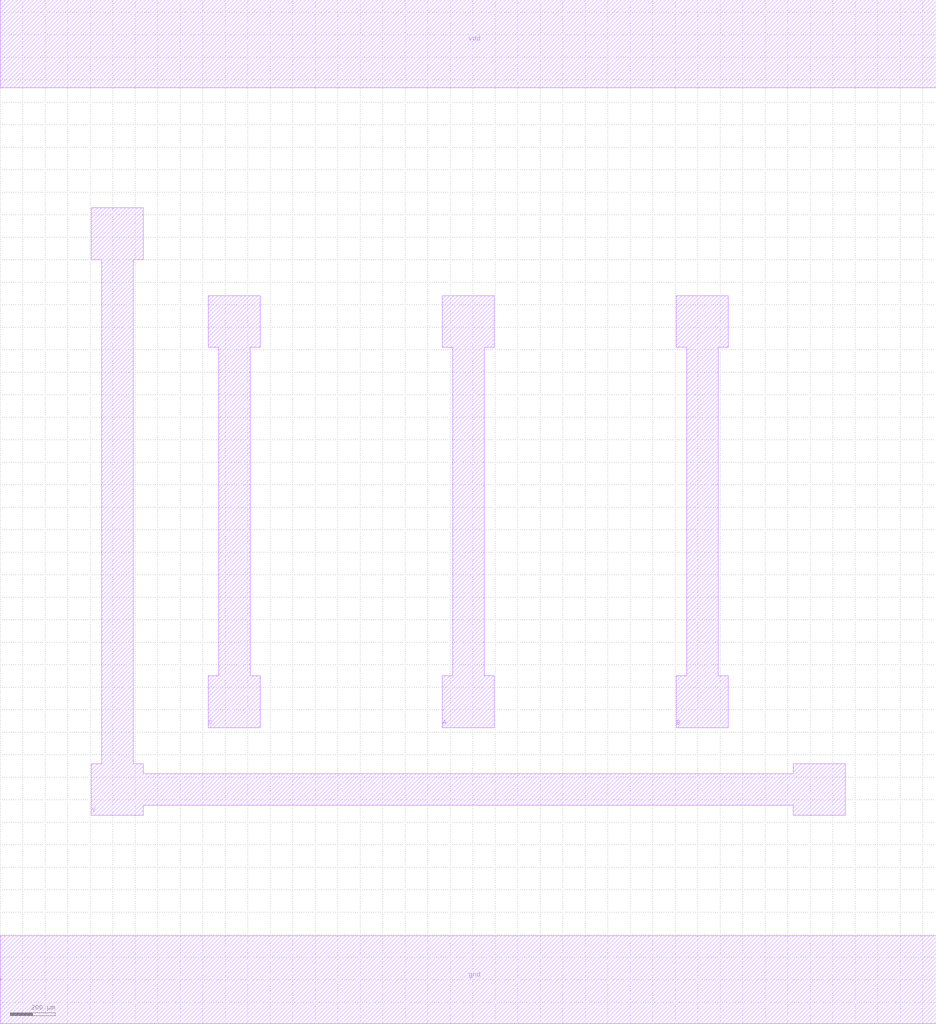
<source format=lef>
MACRO AOI21X1
 CLASS CORE ;
 ORIGIN 0 0 ;
 FOREIGN AOI21X1 0 0 ;
 SIZE 4.16 BY 4.16 ;
 SYMMETRY X Y R90 ;
 SITE unithd ;
  PIN vdd
   DIRECTION INOUT ;
   USE SIGNAL ;
   SHAPE ABUTMENT ;
    PORT
     CLASS CORE ;
       LAYER met2 ;
        RECT 0.00000000 3965.00000000 4160.00000000 4355.00000000 ;
    END
  END vdd

  PIN gnd
   DIRECTION INOUT ;
   USE SIGNAL ;
   SHAPE ABUTMENT ;
    PORT
     CLASS CORE ;
       LAYER met2 ;
        RECT 0.00000000 -195.00000000 4160.00000000 195.00000000 ;
    END
  END gnd

  PIN Y
   DIRECTION INOUT ;
   USE SIGNAL ;
   SHAPE ABUTMENT ;
    PORT
     CLASS CORE ;
       LAYER met2 ;
        POLYGON 405.00000000 730.00000000 405.00000000 960.00000000 450.00000000 960.00000000 450.00000000 3200.00000000 405.00000000 3200.00000000 405.00000000 3430.00000000 635.00000000 3430.00000000 635.00000000 3200.00000000 590.00000000 3200.00000000 590.00000000 960.00000000 635.00000000 960.00000000 635.00000000 915.00000000 3525.00000000 915.00000000 3525.00000000 960.00000000 3755.00000000 960.00000000 3755.00000000 730.00000000 3525.00000000 730.00000000 3525.00000000 775.00000000 635.00000000 775.00000000 635.00000000 730.00000000 ;
    END
  END Y

  PIN A
   DIRECTION INOUT ;
   USE SIGNAL ;
   SHAPE ABUTMENT ;
    PORT
     CLASS CORE ;
       LAYER met2 ;
        POLYGON 1965.00000000 1120.00000000 1965.00000000 1350.00000000 2010.00000000 1350.00000000 2010.00000000 2810.00000000 1965.00000000 2810.00000000 1965.00000000 3040.00000000 2195.00000000 3040.00000000 2195.00000000 2810.00000000 2150.00000000 2810.00000000 2150.00000000 1350.00000000 2195.00000000 1350.00000000 2195.00000000 1120.00000000 ;
    END
  END A

  PIN B
   DIRECTION INOUT ;
   USE SIGNAL ;
   SHAPE ABUTMENT ;
    PORT
     CLASS CORE ;
       LAYER met2 ;
        POLYGON 3005.00000000 1120.00000000 3005.00000000 1350.00000000 3050.00000000 1350.00000000 3050.00000000 2810.00000000 3005.00000000 2810.00000000 3005.00000000 3040.00000000 3235.00000000 3040.00000000 3235.00000000 2810.00000000 3190.00000000 2810.00000000 3190.00000000 1350.00000000 3235.00000000 1350.00000000 3235.00000000 1120.00000000 ;
    END
  END B

  PIN C
   DIRECTION INOUT ;
   USE SIGNAL ;
   SHAPE ABUTMENT ;
    PORT
     CLASS CORE ;
       LAYER met2 ;
        POLYGON 925.00000000 1120.00000000 925.00000000 1350.00000000 970.00000000 1350.00000000 970.00000000 2810.00000000 925.00000000 2810.00000000 925.00000000 3040.00000000 1155.00000000 3040.00000000 1155.00000000 2810.00000000 1110.00000000 2810.00000000 1110.00000000 1350.00000000 1155.00000000 1350.00000000 1155.00000000 1120.00000000 ;
    END
  END C


END AOI21X1

</source>
